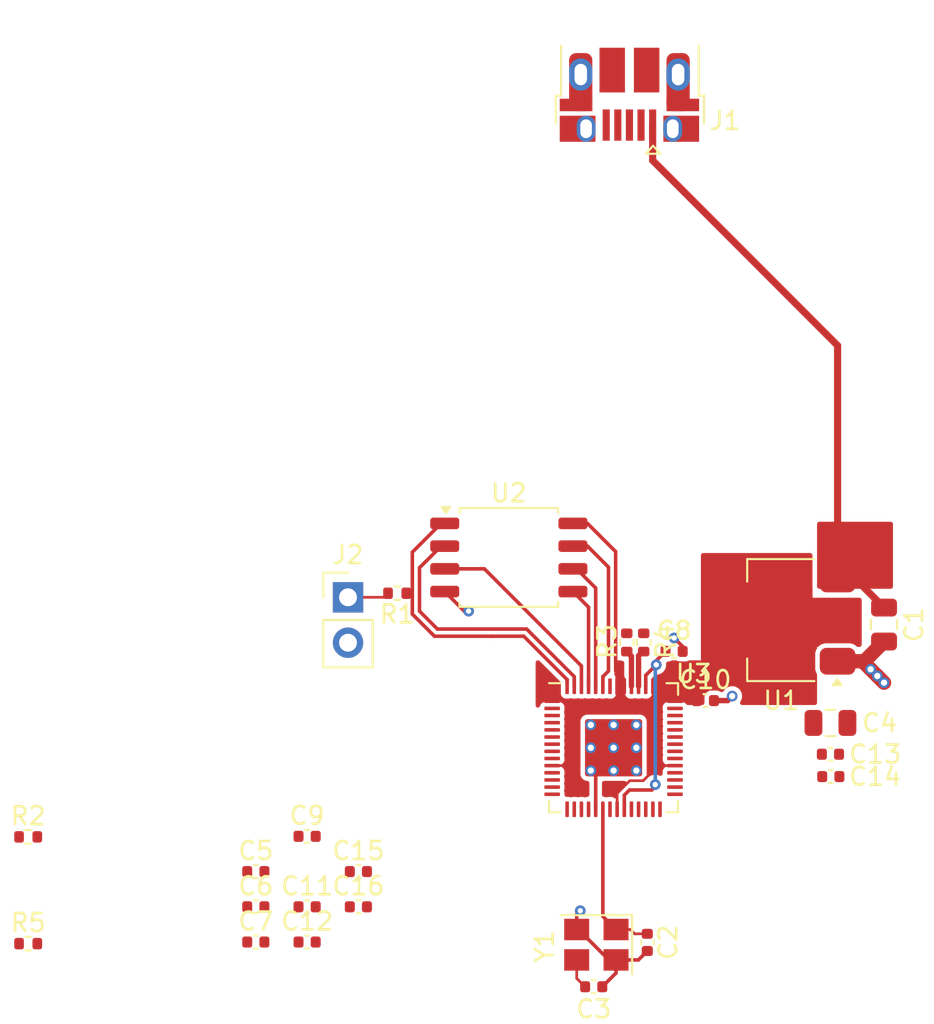
<source format=kicad_pcb>
(kicad_pcb (version 20241229) (generator "pcbnew") (generator_version "9.0")
  (layers (0 "F.Cu" signal) (2 "B.Cu" signal) (13 "F.Paste" user) (15 "B.Paste" user) (5 "F.SilkS" user "F.Silkscreen") (7 "B.SilkS" user "B.Silkscreen") (1 "F.Mask" user) (3 "B.Mask" user) (25 "Edge.Cuts" user))
  (net 0 "")
  (net 1 "GND")
  (net 2 "VBUS")
  (net 3 "/XIN")
  (net 4 "Net-(C3-Pad1)")
  (net 5 "+3V3")
  (net 6 "+1V1")
  (net 8 "/~{USB_BOOT}")
  (net 9 "/QSPI_SS")
  (net 10 "/XOUT")
  (net 11 "/QSPI_SD1")
  (net 12 "/QSPI_SCLK")
  (net 13 "/QSPI_SD0")
  (net 14 "/QSPI_SD2")
  (net 15 "/QSPI_SD3")
  (net 26 "/SWD")
  (net 38 "/RUN")
  (net 39 "/SWCLK")
  (net 49 "/USB_P")
  (net 50 "/USB-RAW_P")
  (net 51 "/USB-RAW_N")
  (net 52 "/USB_N")
  (footprint "Capacitor_SMD:C_0402_1005Metric" (layer "F.Cu") (at 150.84 94.53)
    (property "Reference" "C6" (at 0 -1.16 0) (layer "F.SilkS"))
    (property "Value" "100n")
    (fp_line (start -0.107836 -0.36) (end 0.107836 -0.36) (stroke (width 0.12)) (layer "F.SilkS"))
    (fp_line (start -0.107836 0.36) (end 0.107836 0.36) (stroke (width 0.12)) (layer "F.SilkS"))
    (pad "1" smd roundrect (at -0.48 0) (size 0.56 0.62) (layers "F.Cu" "F.Mask" "F.Paste") (net 6 "+1V1"))
    (pad "2" smd roundrect (at 0.48 0) (size 0.56 0.62) (layers "F.Cu" "F.Mask" "F.Paste") (net 1 "GND"))
  )
  (footprint "Capacitor_SMD:C_0402_1005Metric" (layer "F.Cu") (at 183 86)
    (property "Reference" "C13" (at 2.5 0 0) (layer "F.SilkS"))
    (property "Value" "100n")
    (fp_line (start -0.107836 -0.36) (end 0.107836 -0.36) (stroke (width 0.12)) (layer "F.SilkS"))
    (fp_line (start -0.107836 0.36) (end 0.107836 0.36) (stroke (width 0.12)) (layer "F.SilkS"))
    (pad "1" smd roundrect (at -0.48 0) (size 0.56 0.62) (layers "F.Cu" "F.Mask" "F.Paste") (net 5 "+3V3"))
    (pad "2" smd roundrect (at 0.48 0) (size 0.56 0.62) (layers "F.Cu" "F.Mask" "F.Paste") (net 1 "GND"))
  )
  (footprint "Capacitor_SMD:C_0805_2012Metric" (layer "F.Cu") (at 183 84.25)
    (property "Reference" "C4" (at 2.75 0 0) (layer "F.SilkS"))
    (property "Value" "10u")
    (fp_line (start -0.261252 -0.735) (end 0.261252 -0.735) (stroke (width 0.12)) (layer "F.SilkS"))
    (fp_line (start -0.261252 0.735) (end 0.261252 0.735) (stroke (width 0.12)) (layer "F.SilkS"))
    (pad "1" smd roundrect (at -0.95 0) (size 1 1.45) (layers "F.Cu" "F.Mask" "F.Paste") (net 5 "+3V3"))
    (pad "2" smd roundrect (at 0.95 0) (size 1 1.45) (layers "F.Cu" "F.Mask" "F.Paste") (net 1 "GND"))
  )
  (footprint "Resistor_SMD:R_0402_1005Metric" (layer "F.Cu") (at 138.1 90.62)
    (property "Reference" "R2" (at 0 -1.17 0) (layer "F.SilkS"))
    (property "Value" "DNF")
    (fp_line (start -0.153641 -0.38) (end 0.153641 -0.38) (stroke (width 0.12)) (layer "F.SilkS"))
    (fp_line (start -0.153641 0.38) (end 0.153641 0.38) (stroke (width 0.12)) (layer "F.SilkS"))
    (pad "1" smd roundrect (at -0.51 0) (size 0.54 0.64) (layers "F.Cu" "F.Mask" "F.Paste") (net 5 "+3V3"))
    (pad "2" smd roundrect (at 0.51 0) (size 0.54 0.64) (layers "F.Cu" "F.Mask" "F.Paste") (net 9 "/QSPI_SS"))
  )
  (footprint "Capacitor_SMD:C_0402_1005Metric" (layer "F.Cu") (at 150.84 92.56)
    (property "Reference" "C5" (at 0 -1.16 0) (layer "F.SilkS"))
    (property "Value" "100n")
    (fp_line (start -0.107836 -0.36) (end 0.107836 -0.36) (stroke (width 0.12)) (layer "F.SilkS"))
    (fp_line (start -0.107836 0.36) (end 0.107836 0.36) (stroke (width 0.12)) (layer "F.SilkS"))
    (pad "1" smd roundrect (at -0.48 0) (size 0.56 0.62) (layers "F.Cu" "F.Mask" "F.Paste") (net 5 "+3V3"))
    (pad "2" smd roundrect (at 0.48 0) (size 0.56 0.62) (layers "F.Cu" "F.Mask" "F.Paste") (net 1 "GND"))
  )
  (footprint "Resistor_SMD:R_0402_1005Metric" (layer "F.Cu") (at 172.55 79.75 -90)
    (property "Reference" "R4" (at -0.05 -1.2 90) (layer "F.SilkS"))
    (property "Value" "27")
    (fp_line (start -0.153641 0.38) (end 0.153641 0.38) (stroke (width 0.12)) (layer "F.SilkS"))
    (fp_line (start -0.153641 -0.38) (end 0.153641 -0.38) (stroke (width 0.12)) (layer "F.SilkS"))
    (pad "1" smd roundrect (at -0.51 0 270) (size 0.54 0.64) (layers "F.Cu" "F.Mask" "F.Paste") (net 52 "/USB_N"))
    (pad "2" smd roundrect (at 0.51 0 270) (size 0.54 0.64) (layers "F.Cu" "F.Mask" "F.Paste") (net 51 "/USB-RAW_N"))
  )
  (footprint "Capacitor_SMD:C_0402_1005Metric" (layer "F.Cu") (at 156.58 92.56)
    (property "Reference" "C15" (at 0 -1.16 0) (layer "F.SilkS"))
    (property "Value" "100n")
    (fp_line (start -0.107836 -0.36) (end 0.107836 -0.36) (stroke (width 0.12)) (layer "F.SilkS"))
    (fp_line (start -0.107836 0.36) (end 0.107836 0.36) (stroke (width 0.12)) (layer "F.SilkS"))
    (pad "1" smd roundrect (at -0.48 0) (size 0.56 0.62) (layers "F.Cu" "F.Mask" "F.Paste") (net 5 "+3V3"))
    (pad "2" smd roundrect (at 0.48 0) (size 0.56 0.62) (layers "F.Cu" "F.Mask" "F.Paste") (net 1 "GND"))
  )
  (footprint "Resistor_SMD:R_0402_1005Metric" (layer "F.Cu") (at 171.6 79.75 -90)
    (property "Reference" "R3" (at -0.05 1.1 90) (layer "F.SilkS"))
    (property "Value" "27")
    (fp_line (start -0.153641 0.38) (end 0.153641 0.38) (stroke (width 0.12)) (layer "F.SilkS"))
    (fp_line (start -0.153641 -0.38) (end 0.153641 -0.38) (stroke (width 0.12)) (layer "F.SilkS"))
    (pad "1" smd roundrect (at -0.51 0 270) (size 0.54 0.64) (layers "F.Cu" "F.Mask" "F.Paste") (net 49 "/USB_P"))
    (pad "2" smd roundrect (at 0.51 0 270) (size 0.54 0.64) (layers "F.Cu" "F.Mask" "F.Paste") (net 50 "/USB-RAW_P"))
  )
  (footprint "Connector_PinHeader_2.54mm:PinHeader_1x02_P2.54mm_Vertical" (layer "F.Cu") (at 156 77.225)
    (property "Reference" "J2" (at 0 -2.38 0) (layer "F.SilkS"))
    (property "Value" "Conn_01x02")
    (fp_line (start -1.38 -1.38) (end 0 -1.38) (stroke (width 0.12)) (layer "F.SilkS"))
    (fp_line (start -1.38 0) (end -1.38 -1.38) (stroke (width 0.12)) (layer "F.SilkS"))
    (fp_line (start -1.38 1.27) (end -1.38 3.92) (stroke (width 0.12)) (layer "F.SilkS"))
    (fp_line (start -1.38 1.27) (end 1.38 1.27) (stroke (width 0.12)) (layer "F.SilkS"))
    (fp_line (start -1.38 3.92) (end 1.38 3.92) (stroke (width 0.12)) (layer "F.SilkS"))
    (fp_line (start 1.38 1.27) (end 1.38 3.92) (stroke (width 0.12)) (layer "F.SilkS"))
    (pad "1" thru_hole rect (at 0 0) (size 1.7 1.7) (drill 1) (layers "*.Cu" "*.Mask") (net 8 "/~{USB_BOOT}"))
    (pad "2" thru_hole circle (at 0 2.54) (size 1.7 1.7) (drill 1) (layers "*.Cu" "*.Mask") (net 1 "GND"))
  )
  (footprint "RP2040_minimal_r2:USB_Micro-B_Amphenol_10103594-0001LF_Horizontal_modified" (layer "F.Cu") (at 171.75 48 180)
    (property "Reference" "J1" (at -5.365 -2.58 0) (layer "F.SilkS"))
    (property "Value" "USB_B_Micro")
    (fp_line (start 4.125 -1.18) (end 4.125 -2.73) (stroke (width 0.12)) (layer "F.SilkS"))
    (fp_line (start 3.825 1.62) (end 3.825 -1.18) (stroke (width 0.12)) (layer "F.SilkS"))
    (fp_line (start 3.825 -1.18) (end 4.125 -1.18) (stroke (width 0.12)) (layer "F.SilkS"))
    (fp_line (start -0.925 -4.43) (end -1.325 -3.98) (stroke (width 0.12)) (layer "F.SilkS"))
    (fp_line (start -1.325 -3.98) (end -1.725 -4.43) (stroke (width 0.12)) (layer "F.SilkS"))
    (fp_line (start -1.725 -4.43) (end -0.925 -4.43) (stroke (width 0.12)) (layer "F.SilkS"))
    (fp_line (start -3.875 1.62) (end -3.875 -1.18) (stroke (width 0.12)) (layer "F.SilkS"))
    (fp_line (start -4.175 -1.18) (end -3.875 -1.18) (stroke (width 0.12)) (layer "F.SilkS"))
    (fp_line (start -4.175 -1.18) (end -4.175 -2.73) (stroke (width 0.12)) (layer "F.SilkS"))
    (pad "1" smd rect (at -1.3 -2.825 270) (size 1.75 0.4) (layers "F.Cu" "F.Mask" "F.Paste") (net 2 "VBUS"))
    (pad "2" smd rect (at -0.65 -2.825 270) (size 1.75 0.4) (layers "F.Cu" "F.Mask" "F.Paste") (net 52 "/USB_N"))
    (pad "3" smd rect (at 0 -2.825 270) (size 1.75 0.4) (layers "F.Cu" "F.Mask" "F.Paste") (net 49 "/USB_P"))
    (pad "4" smd rect (at 0.65 -2.825 270) (size 1.75 0.4) (layers "F.Cu" "F.Mask" "F.Paste"))
    (pad "5" smd rect (at 1.3 -2.825 270) (size 1.75 0.4) (layers "F.Cu" "F.Mask" "F.Paste") (net 1 "GND"))
    (pad "6" smd rect (at -2.9875 -1.7 180) (size 1.825 0.7) (layers "F.Cu" "F.Mask" "F.Paste") (net 1 "GND"))
    (pad "6" smd rect (at -2.9 -3.03 180) (size 2 1.46) (layers "F.Cu" "F.Mask" "F.Paste") (net 1 "GND"))
    (pad "6" smd roundrect (at -2.725 -0.425 180) (size 1.3 3.25) (layers "F.Cu" "F.Mask" "F.Paste") (roundrect_rratio 0.296) (net 1 "GND"))
    (pad "6" thru_hole oval (at -2.725 0 270) (size 1.8 1.3) (drill oval 1.2 0.7) (layers "*.Cu" "*.Mask") (net 1 "GND"))
    (pad "6" thru_hole oval (at -2.425 -3.03 270) (size 1.45 1.05) (drill oval 1.05 0.65) (layers "*.Cu" "*.Mask") (net 1 "GND"))
    (pad "6" smd rect (at -0.9625 0.25 270) (size 2.5 1.425) (layers "F.Cu" "F.Mask" "F.Paste") (net 1 "GND"))
    (pad "6" smd rect (at 0.9625 0.25 270) (size 2.5 1.425) (layers "F.Cu" "F.Mask" "F.Paste") (net 1 "GND"))
    (pad "6" thru_hole oval (at 2.425 -3.03 270) (size 1.45 1.05) (drill oval 1.05 0.65) (layers "*.Cu" "*.Mask") (net 1 "GND"))
    (pad "6" smd roundrect (at 2.725 -0.425 180) (size 1.3 3.25) (layers "F.Cu" "F.Mask" "F.Paste") (roundrect_rratio 0.296) (net 1 "GND"))
    (pad "6" thru_hole oval (at 2.725 0 270) (size 1.8 1.3) (drill oval 1.2 0.7) (layers "*.Cu" "*.Mask") (net 1 "GND"))
    (pad "6" smd rect (at 2.9 -3.03 180) (size 2 1.46) (layers "F.Cu" "F.Mask" "F.Paste") (net 1 "GND"))
    (pad "6" smd rect (at 2.9875 -1.7 180) (size 1.825 0.7) (layers "F.Cu" "F.Mask" "F.Paste") (net 1 "GND"))
  )
  (footprint "Capacitor_SMD:C_0402_1005Metric" (layer "F.Cu") (at 150.84 96.5)
    (property "Reference" "C7" (at 0 -1.16 0) (layer "F.SilkS"))
    (property "Value" "100n")
    (fp_line (start -0.107836 -0.36) (end 0.107836 -0.36) (stroke (width 0.12)) (layer "F.SilkS"))
    (fp_line (start -0.107836 0.36) (end 0.107836 0.36) (stroke (width 0.12)) (layer "F.SilkS"))
    (pad "1" smd roundrect (at -0.48 0) (size 0.56 0.62) (layers "F.Cu" "F.Mask" "F.Paste") (net 6 "+1V1"))
    (pad "2" smd roundrect (at 0.48 0) (size 0.56 0.62) (layers "F.Cu" "F.Mask" "F.Paste") (net 1 "GND"))
  )
  (footprint "Capacitor_SMD:C_0402_1005Metric" (layer "F.Cu") (at 183.02 87.25)
    (property "Reference" "C14" (at 2.48 0 0) (layer "F.SilkS"))
    (property "Value" "100n")
    (fp_line (start -0.107836 -0.36) (end 0.107836 -0.36) (stroke (width 0.12)) (layer "F.SilkS"))
    (fp_line (start -0.107836 0.36) (end 0.107836 0.36) (stroke (width 0.12)) (layer "F.SilkS"))
    (pad "1" smd roundrect (at -0.48 0) (size 0.56 0.62) (layers "F.Cu" "F.Mask" "F.Paste") (net 5 "+3V3"))
    (pad "2" smd roundrect (at 0.48 0) (size 0.56 0.62) (layers "F.Cu" "F.Mask" "F.Paste") (net 1 "GND"))
  )
  (footprint "Capacitor_SMD:C_0402_1005Metric" (layer "F.Cu") (at 153.71 96.5)
    (property "Reference" "C12" (at 0 -1.16 0) (layer "F.SilkS"))
    (property "Value" "100n")
    (fp_line (start -0.107836 -0.36) (end 0.107836 -0.36) (stroke (width 0.12)) (layer "F.SilkS"))
    (fp_line (start -0.107836 0.36) (end 0.107836 0.36) (stroke (width 0.12)) (layer "F.SilkS"))
    (pad "1" smd roundrect (at -0.48 0) (size 0.56 0.62) (layers "F.Cu" "F.Mask" "F.Paste") (net 5 "+3V3"))
    (pad "2" smd roundrect (at 0.48 0) (size 0.56 0.62) (layers "F.Cu" "F.Mask" "F.Paste") (net 1 "GND"))
  )
  (footprint "RP2040_minimal_r2:RP2040-QFN-56" (layer "F.Cu") (at 170.8625 85.6375)
    (property "Reference" "U3" (at 4.4875 -4.1375 0) (layer "F.SilkS"))
    (property "Value" "RP2040")
    (fp_line (start -3.61 3.61) (end -3.61 2.96) (stroke (width 0.12)) (layer "F.SilkS"))
    (fp_line (start -2.96 -3.61) (end -3.61 -3.61) (stroke (width 0.12)) (layer "F.SilkS"))
    (fp_line (start -2.96 3.61) (end -3.61 3.61) (stroke (width 0.12)) (layer "F.SilkS"))
    (fp_line (start 2.96 -3.61) (end 3.61 -3.61) (stroke (width 0.12)) (layer "F.SilkS"))
    (fp_line (start 2.96 3.61) (end 3.61 3.61) (stroke (width 0.12)) (layer "F.SilkS"))
    (fp_line (start 3.61 -3.61) (end 3.61 -2.96) (stroke (width 0.12)) (layer "F.SilkS"))
    (fp_line (start 3.61 3.61) (end 3.61 2.96) (stroke (width 0.12)) (layer "F.SilkS"))
    (pad "1" smd roundrect (at -3.4375 -2.6) (size 0.875 0.2) (layers "F.Cu" "F.Mask" "F.Paste") (net 5 "+3V3"))
    (pad "2" smd roundrect (at -3.4375 -2.2) (size 0.875 0.2) (layers "F.Cu" "F.Mask" "F.Paste"))
    (pad "3" smd roundrect (at -3.4375 -1.8) (size 0.875 0.2) (layers "F.Cu" "F.Mask" "F.Paste"))
    (pad "4" smd roundrect (at -3.4375 -1.4) (size 0.875 0.2) (layers "F.Cu" "F.Mask" "F.Paste"))
    (pad "5" smd roundrect (at -3.4375 -1) (size 0.875 0.2) (layers "F.Cu" "F.Mask" "F.Paste"))
    (pad "6" smd roundrect (at -3.4375 -0.6) (size 0.875 0.2) (layers "F.Cu" "F.Mask" "F.Paste"))
    (pad "7" smd roundrect (at -3.4375 -0.2) (size 0.875 0.2) (layers "F.Cu" "F.Mask" "F.Paste"))
    (pad "8" smd roundrect (at -3.4375 0.2) (size 0.875 0.2) (layers "F.Cu" "F.Mask" "F.Paste"))
    (pad "9" smd roundrect (at -3.4375 0.6) (size 0.875 0.2) (layers "F.Cu" "F.Mask" "F.Paste"))
    (pad "10" smd roundrect (at -3.4375 1) (size 0.875 0.2) (layers "F.Cu" "F.Mask" "F.Paste") (net 5 "+3V3"))
    (pad "11" smd roundrect (at -3.4375 1.4) (size 0.875 0.2) (layers "F.Cu" "F.Mask" "F.Paste"))
    (pad "12" smd roundrect (at -3.4375 1.8) (size 0.875 0.2) (layers "F.Cu" "F.Mask" "F.Paste"))
    (pad "13" smd roundrect (at -3.4375 2.2) (size 0.875 0.2) (layers "F.Cu" "F.Mask" "F.Paste"))
    (pad "14" smd roundrect (at -3.4375 2.6) (size 0.875 0.2) (layers "F.Cu" "F.Mask" "F.Paste"))
    (pad "15" smd roundrect (at -2.6 3.4375) (size 0.2 0.875) (layers "F.Cu" "F.Mask" "F.Paste"))
    (pad "16" smd roundrect (at -2.2 3.4375) (size 0.2 0.875) (layers "F.Cu" "F.Mask" "F.Paste"))
    (pad "17" smd roundrect (at -1.8 3.4375) (size 0.2 0.875) (layers "F.Cu" "F.Mask" "F.Paste"))
    (pad "18" smd roundrect (at -1.4 3.4375) (size 0.2 0.875) (layers "F.Cu" "F.Mask" "F.Paste"))
    (pad "19" smd roundrect (at -1 3.4375) (size 0.2 0.875) (layers "F.Cu" "F.Mask" "F.Paste") (net 1 "GND"))
    (pad "20" smd roundrect (at -0.6 3.4375) (size 0.2 0.875) (layers "F.Cu" "F.Mask" "F.Paste") (net 3 "/XIN"))
    (pad "21" smd roundrect (at -0.2 3.4375) (size 0.2 0.875) (layers "F.Cu" "F.Mask" "F.Paste") (net 10 "/XOUT"))
    (pad "22" smd roundrect (at 0.2 3.4375) (size 0.2 0.875) (layers "F.Cu" "F.Mask" "F.Paste") (net 5 "+3V3"))
    (pad "23" smd roundrect (at 0.6 3.4375) (size 0.2 0.875) (layers "F.Cu" "F.Mask" "F.Paste") (net 6 "+1V1"))
    (pad "24" smd roundrect (at 1 3.4375) (size 0.2 0.875) (layers "F.Cu" "F.Mask" "F.Paste") (net 39 "/SWCLK"))
    (pad "25" smd roundrect (at 1.4 3.4375) (size 0.2 0.875) (layers "F.Cu" "F.Mask" "F.Paste") (net 26 "/SWD"))
    (pad "26" smd roundrect (at 1.8 3.4375) (size 0.2 0.875) (layers "F.Cu" "F.Mask" "F.Paste") (net 38 "/RUN"))
    (pad "27" smd roundrect (at 2.2 3.4375) (size 0.2 0.875) (layers "F.Cu" "F.Mask" "F.Paste"))
    (pad "28" smd roundrect (at 2.6 3.4375) (size 0.2 0.875) (layers "F.Cu" "F.Mask" "F.Paste"))
    (pad "29" smd roundrect (at 3.4375 2.6) (size 0.875 0.2) (layers "F.Cu" "F.Mask" "F.Paste"))
    (pad "30" smd roundrect (at 3.4375 2.2) (size 0.875 0.2) (layers "F.Cu" "F.Mask" "F.Paste"))
    (pad "31" smd roundrect (at 3.4375 1.8) (size 0.875 0.2) (layers "F.Cu" "F.Mask" "F.Paste"))
    (pad "32" smd roundrect (at 3.4375 1.4) (size 0.875 0.2) (layers "F.Cu" "F.Mask" "F.Paste"))
    (pad "33" smd roundrect (at 3.4375 1) (size 0.875 0.2) (layers "F.Cu" "F.Mask" "F.Paste") (net 5 "+3V3"))
    (pad "34" smd roundrect (at 3.4375 0.6) (size 0.875 0.2) (layers "F.Cu" "F.Mask" "F.Paste"))
    (pad "35" smd roundrect (at 3.4375 0.2) (size 0.875 0.2) (layers "F.Cu" "F.Mask" "F.Paste"))
    (pad "36" smd roundrect (at 3.4375 -0.2) (size 0.875 0.2) (layers "F.Cu" "F.Mask" "F.Paste"))
    (pad "37" smd roundrect (at 3.4375 -0.6) (size 0.875 0.2) (layers "F.Cu" "F.Mask" "F.Paste"))
    (pad "38" smd roundrect (at 3.4375 -1) (size 0.875 0.2) (layers "F.Cu" "F.Mask" "F.Paste"))
    (pad "39" smd roundrect (at 3.4375 -1.4) (size 0.875 0.2) (layers "F.Cu" "F.Mask" "F.Paste"))
    (pad "40" smd roundrect (at 3.4375 -1.8) (size 0.875 0.2) (layers "F.Cu" "F.Mask" "F.Paste"))
    (pad "41" smd roundrect (at 3.4375 -2.2) (size 0.875 0.2) (layers "F.Cu" "F.Mask" "F.Paste"))
    (pad "42" smd roundrect (at 3.4375 -2.6) (size 0.875 0.2) (layers "F.Cu" "F.Mask" "F.Paste") (net 5 "+3V3"))
    (pad "43" smd roundrect (at 2.6 -3.4375) (size 0.2 0.875) (layers "F.Cu" "F.Mask" "F.Paste") (net 5 "+3V3"))
    (pad "44" smd roundrect (at 2.2 -3.4375) (size 0.2 0.875) (layers "F.Cu" "F.Mask" "F.Paste") (net 5 "+3V3"))
    (pad "45" smd roundrect (at 1.8 -3.4375) (size 0.2 0.875) (layers "F.Cu" "F.Mask" "F.Paste") (net 6 "+1V1"))
    (pad "46" smd roundrect (at 1.4 -3.4375) (size 0.2 0.875) (layers "F.Cu" "F.Mask" "F.Paste") (net 51 "/USB-RAW_N"))
    (pad "47" smd roundrect (at 1 -3.4375) (size 0.2 0.875) (layers "F.Cu" "F.Mask" "F.Paste") (net 50 "/USB-RAW_P"))
    (pad "48" smd roundrect (at 0.6 -3.4375) (size 0.2 0.875) (layers "F.Cu" "F.Mask" "F.Paste") (net 5 "+3V3"))
    (pad "49" smd roundrect (at 0.2 -3.4375) (size 0.2 0.875) (layers "F.Cu" "F.Mask" "F.Paste") (net 5 "+3V3"))
    (pad "50" smd roundrect (at -0.2 -3.4375) (size 0.2 0.875) (layers "F.Cu" "F.Mask" "F.Paste") (net 6 "+1V1"))
    (pad "51" smd roundrect (at -0.6 -3.4375) (size 0.2 0.875) (layers "F.Cu" "F.Mask" "F.Paste") (net 15 "/QSPI_SD3"))
    (pad "52" smd roundrect (at -1 -3.4375) (size 0.2 0.875) (layers "F.Cu" "F.Mask" "F.Paste") (net 12 "/QSPI_SCLK"))
    (pad "53" smd roundrect (at -1.4 -3.4375) (size 0.2 0.875) (layers "F.Cu" "F.Mask" "F.Paste") (net 13 "/QSPI_SD0"))
    (pad "54" smd roundrect (at -1.8 -3.4375) (size 0.2 0.875) (layers "F.Cu" "F.Mask" "F.Paste") (net 14 "/QSPI_SD2"))
    (pad "55" smd roundrect (at -2.2 -3.4375) (size 0.2 0.875) (layers "F.Cu" "F.Mask" "F.Paste") (net 11 "/QSPI_SD1"))
    (pad "56" smd roundrect (at -2.6 -3.4375) (size 0.2 0.875) (layers "F.Cu" "F.Mask" "F.Paste") (net 9 "/QSPI_SS"))
    (pad "57" thru_hole circle (at -1.275 -1.275) (size 0.6 0.6) (drill 0.35) (layers "*.Cu") (net 1 "GND"))
    (pad "57" thru_hole circle (at -1.275 0) (size 0.6 0.6) (drill 0.35) (layers "*.Cu") (net 1 "GND"))
    (pad "57" thru_hole circle (at -1.275 1.275) (size 0.6 0.6) (drill 0.35) (layers "*.Cu") (net 1 "GND"))
    (pad "57" thru_hole circle (at 0 -1.275) (size 0.6 0.6) (drill 0.35) (layers "*.Cu") (net 1 "GND"))
    (pad "57" thru_hole circle (at 0 0) (size 0.6 0.6) (drill 0.35) (layers "*.Cu") (net 1 "GND"))
    (pad "57" smd roundrect (at 0 0) (size 3.2 3.2) (layers "F.Cu" "F.Mask") (roundrect_rratio 0.045) (net 1 "GND"))
    (pad "57" thru_hole circle (at 0 1.275) (size 0.6 0.6) (drill 0.35) (layers "*.Cu") (net 1 "GND"))
    (pad "57" thru_hole circle (at 1.275 -1.275) (size 0.6 0.6) (drill 0.35) (layers "*.Cu") (net 1 "GND"))
    (pad "57" thru_hole circle (at 1.275 0) (size 0.6 0.6) (drill 0.35) (layers "*.Cu") (net 1 "GND"))
    (pad "57" thru_hole circle (at 1.275 1.275) (size 0.6 0.6) (drill 0.35) (layers "*.Cu") (net 1 "GND"))
  )
  (footprint "Capacitor_SMD:C_0402_1005Metric" (layer "F.Cu") (at 174.25 80.25)
    (property "Reference" "C8" (at 0 -1.16 0) (layer "F.SilkS"))
    (property "Value" "1u")
    (fp_line (start -0.107836 -0.36) (end 0.107836 -0.36) (stroke (width 0.12)) (layer "F.SilkS"))
    (fp_line (start -0.107836 0.36) (end 0.107836 0.36) (stroke (width 0.12)) (layer "F.SilkS"))
    (pad "1" smd roundrect (at -0.48 0) (size 0.56 0.62) (layers "F.Cu" "F.Mask" "F.Paste") (net 6 "+1V1"))
    (pad "2" smd roundrect (at 0.48 0) (size 0.56 0.62) (layers "F.Cu" "F.Mask" "F.Paste") (net 1 "GND"))
  )
  (footprint "Capacitor_SMD:C_0402_1005Metric" (layer "F.Cu") (at 153.71 94.53)
    (property "Reference" "C11" (at 0 -1.16 0) (layer "F.SilkS"))
    (property "Value" "100n")
    (fp_line (start -0.107836 -0.36) (end 0.107836 -0.36) (stroke (width 0.12)) (layer "F.SilkS"))
    (fp_line (start -0.107836 0.36) (end 0.107836 0.36) (stroke (width 0.12)) (layer "F.SilkS"))
    (pad "1" smd roundrect (at -0.48 0) (size 0.56 0.62) (layers "F.Cu" "F.Mask" "F.Paste") (net 5 "+3V3"))
    (pad "2" smd roundrect (at 0.48 0) (size 0.56 0.62) (layers "F.Cu" "F.Mask" "F.Paste") (net 1 "GND"))
  )
  (footprint "Crystal:Crystal_SMD_3225-4Pin_3.2x2.5mm" (layer "F.Cu") (at 169.9 96.65 180)
    (property "Reference" "Y1" (at 2.9 -0.1 90) (layer "F.SilkS"))
    (property "Value" "ABM8-272-T3")
    (fp_line (start -2 1.65) (end 2 1.65) (stroke (width 0.12)) (layer "F.SilkS"))
    (fp_line (start -2 -1.65) (end -2 1.65) (stroke (width 0.12)) (layer "F.SilkS"))
    (pad "1" smd rect (at -1.1 0.85 180) (size 1.4 1.2) (layers "F.Cu" "F.Mask" "F.Paste") (net 3 "/XIN"))
    (pad "2" smd rect (at 1.1 0.85 180) (size 1.4 1.2) (layers "F.Cu" "F.Mask" "F.Paste") (net 1 "GND"))
    (pad "3" smd rect (at 1.1 -0.85 180) (size 1.4 1.2) (layers "F.Cu" "F.Mask" "F.Paste") (net 4 "Net-(C3-Pad1)"))
    (pad "4" smd rect (at -1.1 -0.85 180) (size 1.4 1.2) (layers "F.Cu" "F.Mask" "F.Paste") (net 1 "GND"))
  )
  (footprint "Package_TO_SOT_SMD:SOT-223-3_TabPin2" (layer "F.Cu") (at 180.25 78.5 180)
    (property "Reference" "U1" (at 0 -4.5 0) (layer "F.SilkS"))
    (property "Value" "NCP1117-3.3_SOT223")
    (fp_line (start 1.91 3.41) (end 1.91 2.15) (stroke (width 0.12)) (layer "F.SilkS"))
    (fp_line (start 1.91 -3.41) (end 1.91 -2.15) (stroke (width 0.12)) (layer "F.SilkS"))
    (fp_line (start -1.85 3.41) (end 1.91 3.41) (stroke (width 0.12)) (layer "F.SilkS"))
    (fp_line (start -1.85 -3.41) (end 1.91 -3.41) (stroke (width 0.12)) (layer "F.SilkS"))
    (fp_poly (pts (xy -3.13 -3.31) (xy -3.37 -3.64) (xy -2.89 -3.64) (xy -3.13 -3.31)) (stroke (width 0.12)) (fill yes) (layer "F.SilkS"))
    (pad "1" smd roundrect (at -3.15 -2.3 180) (size 2 1.5) (layers "F.Cu" "F.Mask" "F.Paste") (net 1 "GND"))
    (pad "2" smd roundrect (at -3.15 0 180) (size 2 1.5) (layers "F.Cu" "F.Mask" "F.Paste") (net 5 "+3V3"))
    (pad "2" smd roundrect (at 3.15 0 180) (size 2 3.8) (layers "F.Cu" "F.Mask" "F.Paste") (net 5 "+3V3"))
    (pad "3" smd roundrect (at -3.15 2.3 180) (size 2 1.5) (layers "F.Cu" "F.Mask" "F.Paste") (net 2 "VBUS"))
  )
  (footprint "Capacitor_SMD:C_0402_1005Metric" (layer "F.Cu") (at 172.75 96.52 -90)
    (property "Reference" "C2" (at 0 -1.16 90) (layer "F.SilkS"))
    (property "Value" "15p")
    (fp_line (start -0.107836 0.36) (end 0.107836 0.36) (stroke (width 0.12)) (layer "F.SilkS"))
    (fp_line (start -0.107836 -0.36) (end 0.107836 -0.36) (stroke (width 0.12)) (layer "F.SilkS"))
    (pad "1" smd roundrect (at -0.48 0 270) (size 0.56 0.62) (layers "F.Cu" "F.Mask" "F.Paste") (net 3 "/XIN"))
    (pad "2" smd roundrect (at 0.48 0 270) (size 0.56 0.62) (layers "F.Cu" "F.Mask" "F.Paste") (net 1 "GND"))
  )
  (footprint "Capacitor_SMD:C_0402_1005Metric" (layer "F.Cu") (at 169.75 99)
    (property "Reference" "C3" (at 0 1.25 0) (layer "F.SilkS"))
    (property "Value" "15p")
    (fp_line (start -0.107836 -0.36) (end 0.107836 -0.36) (stroke (width 0.12)) (layer "F.SilkS"))
    (fp_line (start -0.107836 0.36) (end 0.107836 0.36) (stroke (width 0.12)) (layer "F.SilkS"))
    (pad "1" smd roundrect (at -0.48 0) (size 0.56 0.62) (layers "F.Cu" "F.Mask" "F.Paste") (net 4 "Net-(C3-Pad1)"))
    (pad "2" smd roundrect (at 0.48 0) (size 0.56 0.62) (layers "F.Cu" "F.Mask" "F.Paste") (net 1 "GND"))
  )
  (footprint "Resistor_SMD:R_0402_1005Metric" (layer "F.Cu") (at 138.1 96.59)
    (property "Reference" "R5" (at 0 -1.17 0) (layer "F.SilkS"))
    (property "Value" "1k")
    (fp_line (start -0.153641 -0.38) (end 0.153641 -0.38) (stroke (width 0.12)) (layer "F.SilkS"))
    (fp_line (start -0.153641 0.38) (end 0.153641 0.38) (stroke (width 0.12)) (layer "F.SilkS"))
    (pad "1" smd roundrect (at -0.51 0) (size 0.54 0.64) (layers "F.Cu" "F.Mask" "F.Paste") (net 10 "/XOUT"))
    (pad "2" smd roundrect (at 0.51 0) (size 0.54 0.64) (layers "F.Cu" "F.Mask" "F.Paste") (net 4 "Net-(C3-Pad1)"))
  )
  (footprint "Capacitor_SMD:C_0402_1005Metric" (layer "F.Cu") (at 153.71 90.59)
    (property "Reference" "C9" (at 0 -1.16 0) (layer "F.SilkS"))
    (property "Value" "100n")
    (fp_line (start -0.107836 -0.36) (end 0.107836 -0.36) (stroke (width 0.12)) (layer "F.SilkS"))
    (fp_line (start -0.107836 0.36) (end 0.107836 0.36) (stroke (width 0.12)) (layer "F.SilkS"))
    (pad "1" smd roundrect (at -0.48 0) (size 0.56 0.62) (layers "F.Cu" "F.Mask" "F.Paste") (net 5 "+3V3"))
    (pad "2" smd roundrect (at 0.48 0) (size 0.56 0.62) (layers "F.Cu" "F.Mask" "F.Paste") (net 1 "GND"))
  )
  (footprint "Resistor_SMD:R_0402_1005Metric" (layer "F.Cu") (at 158.75 77 180)
    (property "Reference" "R1" (at 0 -1.17 0) (layer "F.SilkS"))
    (property "Value" "1k")
    (fp_line (start -0.153641 0.38) (end 0.153641 0.38) (stroke (width 0.12)) (layer "F.SilkS"))
    (fp_line (start -0.153641 -0.38) (end 0.153641 -0.38) (stroke (width 0.12)) (layer "F.SilkS"))
    (pad "1" smd roundrect (at -0.51 0 180) (size 0.54 0.64) (layers "F.Cu" "F.Mask" "F.Paste") (net 9 "/QSPI_SS"))
    (pad "2" smd roundrect (at 0.51 0 180) (size 0.54 0.64) (layers "F.Cu" "F.Mask" "F.Paste") (net 8 "/~{USB_BOOT}"))
  )
  (footprint "Package_SO:SOIC-8_5.3x5.3mm_P1.27mm" (layer "F.Cu") (at 165 75)
    (property "Reference" "U2" (at 0 -3.6 0) (layer "F.SilkS"))
    (property "Value" "W25Q128JVS")
    (fp_line (start -2.76 -2.76) (end -2.76 -2.49) (stroke (width 0.12)) (layer "F.SilkS"))
    (fp_line (start -2.76 2.76) (end -2.76 2.49) (stroke (width 0.12)) (layer "F.SilkS"))
    (fp_line (start 0 -2.76) (end -2.76 -2.76) (stroke (width 0.12)) (layer "F.SilkS"))
    (fp_line (start 0 -2.76) (end 2.76 -2.76) (stroke (width 0.12)) (layer "F.SilkS"))
    (fp_line (start 0 2.76) (end -2.76 2.76) (stroke (width 0.12)) (layer "F.SilkS"))
    (fp_line (start 0 2.76) (end 2.76 2.76) (stroke (width 0.12)) (layer "F.SilkS"))
    (fp_line (start 2.76 -2.76) (end 2.76 -2.49) (stroke (width 0.12)) (layer "F.SilkS"))
    (fp_line (start 2.76 2.76) (end 2.76 2.49) (stroke (width 0.12)) (layer "F.SilkS"))
    (fp_poly (pts (xy -3.525 -2.49) (xy -3.765 -2.82) (xy -3.285 -2.82)) (stroke (width 0.12)) (fill yes) (layer "F.SilkS"))
    (pad "1" smd roundrect (at -3.5875 -1.905) (size 1.625 0.65) (layers "F.Cu" "F.Mask" "F.Paste") (net 9 "/QSPI_SS"))
    (pad "2" smd roundrect (at -3.5875 -0.635) (size 1.625 0.65) (layers "F.Cu" "F.Mask" "F.Paste") (net 11 "/QSPI_SD1"))
    (pad "3" smd roundrect (at -3.5875 0.635) (size 1.625 0.65) (layers "F.Cu" "F.Mask" "F.Paste") (net 14 "/QSPI_SD2"))
    (pad "4" smd roundrect (at -3.5875 1.905) (size 1.625 0.65) (layers "F.Cu" "F.Mask" "F.Paste") (net 1 "GND"))
    (pad "5" smd roundrect (at 3.5875 1.905) (size 1.625 0.65) (layers "F.Cu" "F.Mask" "F.Paste") (net 13 "/QSPI_SD0"))
    (pad "6" smd roundrect (at 3.5875 0.635) (size 1.625 0.65) (layers "F.Cu" "F.Mask" "F.Paste") (net 12 "/QSPI_SCLK"))
    (pad "7" smd roundrect (at 3.5875 -0.635) (size 1.625 0.65) (layers "F.Cu" "F.Mask" "F.Paste") (net 15 "/QSPI_SD3"))
    (pad "8" smd roundrect (at 3.5875 -1.905) (size 1.625 0.65) (layers "F.Cu" "F.Mask" "F.Paste") (net 5 "+3V3"))
  )
  (footprint "Capacitor_SMD:C_0805_2012Metric" (layer "F.Cu") (at 186 78.75 -90)
    (property "Reference" "C1" (at 0 -1.68 90) (layer "F.SilkS"))
    (property "Value" "10u")
    (fp_line (start -0.261252 0.735) (end 0.261252 0.735) (stroke (width 0.12)) (layer "F.SilkS"))
    (fp_line (start -0.261252 -0.735) (end 0.261252 -0.735) (stroke (width 0.12)) (layer "F.SilkS"))
    (pad "1" smd roundrect (at -0.95 0 270) (size 1 1.45) (layers "F.Cu" "F.Mask" "F.Paste") (net 2 "VBUS"))
    (pad "2" smd roundrect (at 0.95 0 270) (size 1 1.45) (layers "F.Cu" "F.Mask" "F.Paste") (net 1 "GND"))
  )
  (footprint "Capacitor_SMD:C_0402_1005Metric" (layer "F.Cu") (at 176 83)
    (property "Reference" "C10" (at 0 -1.16 0) (layer "F.SilkS"))
    (property "Value" "1u")
    (fp_line (start -0.107836 -0.36) (end 0.107836 -0.36) (stroke (width 0.12)) (layer "F.SilkS"))
    (fp_line (start -0.107836 0.36) (end 0.107836 0.36) (stroke (width 0.12)) (layer "F.SilkS"))
    (pad "1" smd roundrect (at -0.48 0) (size 0.56 0.62) (layers "F.Cu" "F.Mask" "F.Paste") (net 5 "+3V3"))
    (pad "2" smd roundrect (at 0.48 0) (size 0.56 0.62) (layers "F.Cu" "F.Mask" "F.Paste") (net 1 "GND"))
  )
  (footprint "Capacitor_SMD:C_0402_1005Metric" (layer "F.Cu") (at 156.58 94.53)
    (property "Reference" "C16" (at 0 -1.16 0) (layer "F.SilkS"))
    (property "Value" "100n")
    (fp_line (start -0.107836 -0.36) (end 0.107836 -0.36) (stroke (width 0.12)) (layer "F.SilkS"))
    (fp_line (start -0.107836 0.36) (end 0.107836 0.36) (stroke (width 0.12)) (layer "F.SilkS"))
    (pad "1" smd roundrect (at -0.48 0) (size 0.56 0.62) (layers "F.Cu" "F.Mask" "F.Paste") (net 5 "+3V3"))
    (pad "2" smd roundrect (at 0.48 0) (size 0.56 0.62) (layers "F.Cu" "F.Mask" "F.Paste") (net 1 "GND"))
  )
  (segment (start 171 98.23) (end 170.23 99) (width 0.2) (layer "F.Cu") (net 1))
  (segment (start 176.48 83) (end 177.25 83) (width 0.3) (layer "F.Cu") (net 1))
  (segment (start 185.25 81.25) (end 185.625 81.625) (width 0.8) (layer "F.Cu") (net 1))
  (segment (start 168.8 95.8) (end 168.8 94.95) (width 0.2) (layer "F.Cu") (net 1))
  (segment (start 184.9 80.8) (end 184.9 80.9) (width 0.8) (layer "F.Cu") (net 1))
  (segment (start 177.25 83) (end 177.5 82.75) (width 0.3) (layer "F.Cu") (net 1))
  (segment (start 170.6 97.5) (end 171 97.5) (width 0.2) (layer "F.Cu") (net 1))
  (segment (start 185.625 81.625) (end 186 82) (width 0.8) (layer "F.Cu") (net 1))
  (segment (start 168.8 94.95) (end 169 94.75) (width 0.2) (layer "F.Cu") (net 1))
  (segment (start 174.73 79.98) (end 174.25 79.5) (width 0.2) (layer "F.Cu") (net 1))
  (segment (start 171 97.5) (end 172.25 97.5) (width 0.2) (layer "F.Cu") (net 1))
  (segment (start 169.8625 86.6375) (end 170.8625 85.6375) (width 0.2) (layer "F.Cu") (net 1))
  (segment (start 174.73 80.25) (end 174.73 79.98) (width 0.2) (layer "F.Cu") (net 1))
  (segment (start 168.8 95.8) (end 168.9 95.8) (width 0.2) (layer "F.Cu") (net 1))
  (segment (start 171 97.5) (end 171 98.23) (width 0.2) (layer "F.Cu") (net 1))
  (segment (start 162.5075 78) (end 162.75 78) (width 0.2) (layer "F.Cu") (net 1))
  (segment (start 168.9 95.8) (end 170.6 97.5) (width 0.2) (layer "F.Cu") (net 1))
  (segment (start 172.25 97.5) (end 172.75 97) (width 0.2) (layer "F.Cu") (net 1))
  (segment (start 183.4 80.8) (end 184.9 80.8) (width 0.8) (layer "F.Cu") (net 1))
  (segment (start 184.9 80.8) (end 186 79.7) (width 0.8) (layer "F.Cu") (net 1))
  (segment (start 161.4125 76.905) (end 162.5075 78) (width 0.2) (layer "F.Cu") (net 1))
  (segment (start 184.9 80.9) (end 185.25 81.25) (width 0.8) (layer "F.Cu") (net 1))
  (segment (start 169.8625 89.075) (end 169.8625 86.6375) (width 0.2) (layer "F.Cu") (net 1))
  (via (at 174.25 79.5) (size 0.6) (drill 0.3) (layers "F.Cu" "B.Cu") (net 1))
  (via (at 186 82) (size 0.6) (drill 0.35) (layers "F.Cu" "B.Cu") (net 1))
  (via (at 185.625 81.625) (size 0.6) (drill 0.35) (layers "F.Cu" "B.Cu") (net 1))
  (via (at 177.5 82.75) (size 0.6) (drill 0.35) (layers "F.Cu" "B.Cu") (net 1))
  (via (at 169 94.75) (size 0.6) (drill 0.3) (layers "F.Cu" "B.Cu") (net 1))
  (via (at 185.25 81.25) (size 0.6) (drill 0.35) (layers "F.Cu" "B.Cu") (net 1))
  (via (at 162.75 78) (size 0.6) (drill 0.3) (layers "F.Cu" "B.Cu") (net 1))
  (segment (start 184.4 76.2) (end 186 77.8) (width 0.4) (layer "F.Cu") (net 2))
  (segment (start 173.05 52.8) (end 173.05 50.825) (width 0.4) (layer "F.Cu") (net 2))
  (segment (start 183.4 63.15) (end 173.05 52.8) (width 0.4) (layer "F.Cu") (net 2))
  (segment (start 183.4 76.2) (end 183.4 63.15) (width 0.4) (layer "F.Cu") (net 2))
  (segment (start 183.4 76.2) (end 184.4 76.2) (width 0.4) (layer "F.Cu") (net 2))
  (segment (start 171 95.8) (end 171.8 95.8) (width 0.15) (layer "F.Cu") (net 3))
  (segment (start 172.04 96.04) (end 172.75 96.04) (width 0.15) (layer "F.Cu") (net 3))
  (segment (start 171.8 95.8) (end 172.04 96.04) (width 0.15) (layer "F.Cu") (net 3))
  (segment (start 170.2625 95.0625) (end 171 95.8) (width 0.2) (layer "F.Cu") (net 3))
  (segment (start 170.2625 89.075) (end 170.2625 95.0625) (width 0.2) (layer "F.Cu") (net 3))
  (segment (start 171.24 96.04) (end 171 95.8) (width 0.15) (layer "F.Cu") (net 3))
  (segment (start 168.8 97.5) (end 168.8 98.53) (width 0.15) (layer "F.Cu") (net 4))
  (segment (start 168.8 98.53) (end 169.27 99) (width 0.15) (layer "F.Cu") (net 4))
  (segment (start 171.770955 87.479045) (end 172.520955 87.479045) (width 0.15) (layer "F.Cu") (net 5))
  (segment (start 171.0625 89.075) (end 171.0625 88.1875) (width 0.15) (layer "F.Cu") (net 5))
  (segment (start 171.0625 81.41284) (end 171 81.35034) (width 0.2) (layer "F.Cu") (net 5))
  (segment (start 172.520955 87.479045) (end 173.3625 86.6375) (width 0.15) (layer "F.Cu") (net 5))
  (segment (start 171.0625 88.1875) (end 171.770955 87.479045) (width 0.15) (layer "F.Cu") (net 5))
  (segment (start 171.0625 82.2) (end 171.0625 82.6375) (width 0.2) (layer "F.Cu") (net 5))
  (segment (start 171 81.35034) (end 171.4115 81.76184) (width 0.2) (layer "F.Cu") (net 5))
  (segment (start 170.979 81.32934) (end 171 81.35034) (width 0.2) (layer "F.Cu") (net 5))
  (segment (start 168.5875 73.095) (end 169.399999 73.095) (width 0.2) (layer "F.Cu") (net 5))
  (segment (start 173.4625 82.2) (end 173.4625 82.5375) (width 0.2) (layer "F.Cu") (net 5))
  (segment (start 177.1 79.65) (end 177.1 78.5) (width 0.2) (layer "F.Cu") (net 5))
  (segment (start 169.399999 73.095) (end 170.979 74.674001) (width 0.2) (layer "F.Cu") (net 5))
  (segment (start 171.0625 82.2) (end 171.0625 81.41284) (width 0.2) (layer "F.Cu") (net 5))
  (segment (start 170.979 74.674001) (end 170.979 81.32934) (width 0.2) (layer "F.Cu") (net 5))
  (segment (start 167.425 86.6375) (end 168.1375 86.6375) (width 0.15) (layer "F.Cu") (net 5))
  (segment (start 171.4115 81.76184) (end 171.4115 82.2) (width 0.2) (layer "F.Cu") (net 5))
  (segment (start 173.3625 86.6375) (end 174.3 86.6375) (width 0.15) (layer "F.Cu") (net 5))
  (segment (start 173.25 81) (end 173.25 80.77) (width 0.2) (layer "F.Cu") (net 6))
  (segment (start 172.6625 81.5875) (end 173.25 81) (width 0.2) (layer "F.Cu") (net 6))
  (segment (start 173.25 80.77) (end 173.77 80.25) (width 0.2) (layer "F.Cu") (net 6))
  (segment (start 171.4625 88.2875) (end 171.4625 89.075) (width 0.2) (layer "F.Cu") (net 6))
  (segment (start 171.75 88) (end 171.4625 88.2875) (width 0.2) (layer "F.Cu") (net 6))
  (segment (start 173.196922 87.803078) (end 173 88) (width 0.2) (layer "F.Cu") (net 6))
  (segment (start 173.196922 87.696922) (end 173.196922 87.803078) (width 0.2) (layer "F.Cu") (net 6))
  (segment (start 173 88) (end 171.75 88) (width 0.2) (layer "F.Cu") (net 6))
  (segment (start 172.6625 82.2) (end 172.6625 81.5875) (width 0.2) (layer "F.Cu") (net 6))
  (via (at 173.196922 87.696922) (size 0.6) (drill 0.3) (layers "F.Cu" "B.Cu") (net 6))
  (via (at 173.25 81) (size 0.6) (drill 0.3) (layers "F.Cu" "B.Cu") (net 6))
  (segment (start 173.196922 87.696922) (end 173.196922 81.053078) (width 0.2) (layer "B.Cu") (net 6))
  (segment (start 173.196922 81.053078) (end 173.25 81) (width 0.2) (layer "B.Cu") (net 6))
  (segment (start 158.015 77.225) (end 158.24 77) (width 0.15) (layer "F.Cu") (net 8))
  (segment (start 156 77.225) (end 158.015 77.225) (width 0.15) (layer "F.Cu") (net 8))
  (segment (start 167.71645 81.28355) (end 168.2615 81.8286) (width 0.2) (layer "F.Cu") (net 9))
  (segment (start 166.71645 80.28355) (end 167.71645 81.28355) (width 0.2) (layer "F.Cu") (net 9))
  (segment (start 161.4125 73.095) (end 161.21001 73.095) (width 0.2) (layer "F.Cu") (net 9))
  (segment (start 168.2615 81.8286) (end 168.2615 82) (width 0.2) (layer "F.Cu") (net 9))
  (segment (start 165.8339 79.401) (end 166.71645 80.28355) (width 0.2) (layer "F.Cu") (net 9))
  (segment (start 159.599 78.1661) (end 160.8339 79.401) (width 0.2) (layer "F.Cu") (net 9))
  (segment (start 164 79.401) (end 165.8339 79.401) (width 0.2) (layer "F.Cu") (net 9))
  (segment (start 161.21001 73.095) (end 159.599 74.70601) (width 0.2) (layer "F.Cu") (net 9))
  (segment (start 160.8339 79.401) (end 164 79.401) (width 0.2) (layer "F.Cu") (net 9))
  (segment (start 159.599 74.70601) (end 159.599 78.1661) (width 0.2) (layer "F.Cu") (net 9))
  (segment (start 166 79) (end 161 79) (width 0.2) (layer "F.Cu") (net 11))
  (segment (start 161 79) (end 160 78) (width 0.2) (layer "F.Cu") (net 11))
  (segment (start 160 78) (end 160 75.57501) (width 0.2) (layer "F.Cu") (net 11))
  (segment (start 160 75.57501) (end 161.21001 74.365) (width 0.2) (layer "F.Cu") (net 11))
  (segment (start 168.6625 82.2) (end 168.6625 81.6625) (width 0.2) (layer "F.Cu") (net 11))
  (segment (start 161.21001 74.365) (end 161.4125 74.365) (width 0.2) (layer "F.Cu") (net 11))
  (segment (start 168.6625 81.6625) (end 166 79) (width 0.2) (layer "F.Cu") (net 11))
  (segment (start 169.8625 76.70751) (end 168.78999 75.635) (width 0.2) (layer "F.Cu") (net 12))
  (segment (start 168.78999 75.635) (end 168.5875 75.635) (width 0.2) (layer "F.Cu") (net 12))
  (segment (start 169.8625 82.2) (end 169.8625 76.70751) (width 0.2) (layer "F.Cu") (net 12))
  (segment (start 169.4625 82.2) (end 169.4625 77.78) (width 0.2) (layer "F.Cu") (net 13))
  (segment (start 169.4625 77.78) (end 168.5875 76.905) (width 0.2) (layer "F.Cu") (net 13))
  (segment (start 169.0625 82.2) (end 169.0625 81.0625) (width 0.2) (layer "F.Cu") (net 14))
  (segment (start 169.0625 81.0625) (end 163.635 75.635) (width 0.2) (layer "F.Cu") (net 14))
  (segment (start 163.635 75.635) (end 161.4125 75.635) (width 0.2) (layer "F.Cu") (net 14))
  (segment (start 170.2625 82.2) (end 170.2625 81.664726) (width 0.2) (layer "F.Cu") (net 15))
  (segment (start 169.399999 74.365) (end 170.578 75.543001) (width 0.2) (layer "F.Cu") (net 15))
  (segment (start 168.5875 74.365) (end 169.399999 74.365) (width 0.2) (layer "F.Cu") (net 15))
  (segment (start 170.578 75.543001) (end 170.578 81.349226) (width 0.2) (layer "F.Cu") (net 15))
  (segment (start 170.2625 81.664726) (end 170.578 81.349226) (width 0.2) (layer "F.Cu") (net 15))
  (segment (start 171.6 80.26) (end 171.8625 80.5225) (width 0.3) (layer "F.Cu") (net 50))
  (segment (start 171.8625 80.5225) (end 171.8625 82.2) (width 0.3) (layer "F.Cu") (net 50))
  (segment (start 172.2625 82.2) (end 172.2625 80.501) (width 0.3) (layer "F.Cu") (net 51))
  (segment (start 172.49 80.26) (end 172.2635 80.4865) (width 0.3) (layer "F.Cu") (net 51))
  (segment (start 172.2635 80.4865) (end 172.2635 80.5) (width 0.3) (layer "F.Cu") (net 51))
  (segment (start 172.2625 80.501) (end 172.2635 80.5) (width 0.2) (layer "F.Cu") (net 51))
  (segment (start 172.55 80.26) (end 172.49 80.26) (width 0.2) (layer "F.Cu") (net 51))
  (zone (net 5) (net_name "+3V3") (layer "F.Cu") (connect_pads yes (clearance 0.25)) (min_thickness 0.25) (fill yes (thermal_gap 0.25) (thermal_bridge_width 0.5))
    (polygon (pts (xy 175.75 74.75) (xy 175.75 80.75) (xy 166.5 80.75) (xy 166.5 89.75) (xy 175 89.75) (xy 175 83.25) (xy 182.25 83.25) (xy 182.25 80) (xy 184.75 80) (xy 184.75 77.25) (xy 182 77.25) (xy 182 74.75)))
  )
  (zone (net 2) (net_name "VBUS") (layer "F.Cu") (priority 1) (connect_pads yes (clearance 0.25)) (min_thickness 0.25) (fill yes (thermal_gap 0.25) (thermal_bridge_width 0.5))
    (polygon (pts (xy 186.5 76.75) (xy 186.5 73) (xy 182.25 73) (xy 182.25 76.75)))
  )
)
</source>
